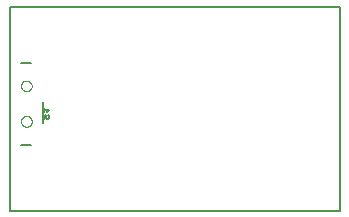
<source format=gbo>
G75*
%MOIN*%
%OFA0B0*%
%FSLAX25Y25*%
%IPPOS*%
%LPD*%
%AMOC8*
5,1,8,0,0,1.08239X$1,22.5*
%
%ADD10C,0.00800*%
%ADD11C,0.00000*%
%ADD12C,0.00500*%
D10*
X0101036Y0048333D02*
X0101036Y0116333D01*
X0211036Y0116333D01*
X0211036Y0048333D01*
X0101036Y0048333D01*
X0104886Y0070314D02*
X0108249Y0070314D01*
X0100949Y0073373D02*
X0100949Y0094633D01*
X0104886Y0097692D02*
X0108249Y0097692D01*
X0112186Y0084503D02*
X0112186Y0077597D01*
D11*
X0104795Y0078097D02*
X0104797Y0078181D01*
X0104803Y0078264D01*
X0104813Y0078347D01*
X0104827Y0078430D01*
X0104844Y0078512D01*
X0104866Y0078593D01*
X0104891Y0078672D01*
X0104920Y0078751D01*
X0104953Y0078828D01*
X0104989Y0078903D01*
X0105029Y0078977D01*
X0105072Y0079049D01*
X0105119Y0079118D01*
X0105169Y0079185D01*
X0105222Y0079250D01*
X0105278Y0079312D01*
X0105336Y0079372D01*
X0105398Y0079429D01*
X0105462Y0079482D01*
X0105529Y0079533D01*
X0105598Y0079580D01*
X0105669Y0079625D01*
X0105742Y0079665D01*
X0105817Y0079702D01*
X0105894Y0079736D01*
X0105972Y0079766D01*
X0106051Y0079792D01*
X0106132Y0079815D01*
X0106214Y0079833D01*
X0106296Y0079848D01*
X0106379Y0079859D01*
X0106462Y0079866D01*
X0106546Y0079869D01*
X0106630Y0079868D01*
X0106713Y0079863D01*
X0106797Y0079854D01*
X0106879Y0079841D01*
X0106961Y0079825D01*
X0107042Y0079804D01*
X0107123Y0079780D01*
X0107201Y0079752D01*
X0107279Y0079720D01*
X0107355Y0079684D01*
X0107429Y0079645D01*
X0107501Y0079603D01*
X0107571Y0079557D01*
X0107639Y0079508D01*
X0107704Y0079456D01*
X0107767Y0079401D01*
X0107827Y0079343D01*
X0107885Y0079282D01*
X0107939Y0079218D01*
X0107991Y0079152D01*
X0108039Y0079084D01*
X0108084Y0079013D01*
X0108125Y0078940D01*
X0108164Y0078866D01*
X0108198Y0078790D01*
X0108229Y0078712D01*
X0108256Y0078633D01*
X0108280Y0078552D01*
X0108299Y0078471D01*
X0108315Y0078389D01*
X0108327Y0078306D01*
X0108335Y0078222D01*
X0108339Y0078139D01*
X0108339Y0078055D01*
X0108335Y0077972D01*
X0108327Y0077888D01*
X0108315Y0077805D01*
X0108299Y0077723D01*
X0108280Y0077642D01*
X0108256Y0077561D01*
X0108229Y0077482D01*
X0108198Y0077404D01*
X0108164Y0077328D01*
X0108125Y0077254D01*
X0108084Y0077181D01*
X0108039Y0077110D01*
X0107991Y0077042D01*
X0107939Y0076976D01*
X0107885Y0076912D01*
X0107827Y0076851D01*
X0107767Y0076793D01*
X0107704Y0076738D01*
X0107639Y0076686D01*
X0107571Y0076637D01*
X0107501Y0076591D01*
X0107429Y0076549D01*
X0107355Y0076510D01*
X0107279Y0076474D01*
X0107201Y0076442D01*
X0107123Y0076414D01*
X0107042Y0076390D01*
X0106961Y0076369D01*
X0106879Y0076353D01*
X0106797Y0076340D01*
X0106713Y0076331D01*
X0106630Y0076326D01*
X0106546Y0076325D01*
X0106462Y0076328D01*
X0106379Y0076335D01*
X0106296Y0076346D01*
X0106214Y0076361D01*
X0106132Y0076379D01*
X0106051Y0076402D01*
X0105972Y0076428D01*
X0105894Y0076458D01*
X0105817Y0076492D01*
X0105742Y0076529D01*
X0105669Y0076569D01*
X0105598Y0076614D01*
X0105529Y0076661D01*
X0105462Y0076712D01*
X0105398Y0076765D01*
X0105336Y0076822D01*
X0105278Y0076882D01*
X0105222Y0076944D01*
X0105169Y0077009D01*
X0105119Y0077076D01*
X0105072Y0077145D01*
X0105029Y0077217D01*
X0104989Y0077291D01*
X0104953Y0077366D01*
X0104920Y0077443D01*
X0104891Y0077522D01*
X0104866Y0077601D01*
X0104844Y0077682D01*
X0104827Y0077764D01*
X0104813Y0077847D01*
X0104803Y0077930D01*
X0104797Y0078013D01*
X0104795Y0078097D01*
X0104795Y0089908D02*
X0104797Y0089992D01*
X0104803Y0090075D01*
X0104813Y0090158D01*
X0104827Y0090241D01*
X0104844Y0090323D01*
X0104866Y0090404D01*
X0104891Y0090483D01*
X0104920Y0090562D01*
X0104953Y0090639D01*
X0104989Y0090714D01*
X0105029Y0090788D01*
X0105072Y0090860D01*
X0105119Y0090929D01*
X0105169Y0090996D01*
X0105222Y0091061D01*
X0105278Y0091123D01*
X0105336Y0091183D01*
X0105398Y0091240D01*
X0105462Y0091293D01*
X0105529Y0091344D01*
X0105598Y0091391D01*
X0105669Y0091436D01*
X0105742Y0091476D01*
X0105817Y0091513D01*
X0105894Y0091547D01*
X0105972Y0091577D01*
X0106051Y0091603D01*
X0106132Y0091626D01*
X0106214Y0091644D01*
X0106296Y0091659D01*
X0106379Y0091670D01*
X0106462Y0091677D01*
X0106546Y0091680D01*
X0106630Y0091679D01*
X0106713Y0091674D01*
X0106797Y0091665D01*
X0106879Y0091652D01*
X0106961Y0091636D01*
X0107042Y0091615D01*
X0107123Y0091591D01*
X0107201Y0091563D01*
X0107279Y0091531D01*
X0107355Y0091495D01*
X0107429Y0091456D01*
X0107501Y0091414D01*
X0107571Y0091368D01*
X0107639Y0091319D01*
X0107704Y0091267D01*
X0107767Y0091212D01*
X0107827Y0091154D01*
X0107885Y0091093D01*
X0107939Y0091029D01*
X0107991Y0090963D01*
X0108039Y0090895D01*
X0108084Y0090824D01*
X0108125Y0090751D01*
X0108164Y0090677D01*
X0108198Y0090601D01*
X0108229Y0090523D01*
X0108256Y0090444D01*
X0108280Y0090363D01*
X0108299Y0090282D01*
X0108315Y0090200D01*
X0108327Y0090117D01*
X0108335Y0090033D01*
X0108339Y0089950D01*
X0108339Y0089866D01*
X0108335Y0089783D01*
X0108327Y0089699D01*
X0108315Y0089616D01*
X0108299Y0089534D01*
X0108280Y0089453D01*
X0108256Y0089372D01*
X0108229Y0089293D01*
X0108198Y0089215D01*
X0108164Y0089139D01*
X0108125Y0089065D01*
X0108084Y0088992D01*
X0108039Y0088921D01*
X0107991Y0088853D01*
X0107939Y0088787D01*
X0107885Y0088723D01*
X0107827Y0088662D01*
X0107767Y0088604D01*
X0107704Y0088549D01*
X0107639Y0088497D01*
X0107571Y0088448D01*
X0107501Y0088402D01*
X0107429Y0088360D01*
X0107355Y0088321D01*
X0107279Y0088285D01*
X0107201Y0088253D01*
X0107123Y0088225D01*
X0107042Y0088201D01*
X0106961Y0088180D01*
X0106879Y0088164D01*
X0106797Y0088151D01*
X0106713Y0088142D01*
X0106630Y0088137D01*
X0106546Y0088136D01*
X0106462Y0088139D01*
X0106379Y0088146D01*
X0106296Y0088157D01*
X0106214Y0088172D01*
X0106132Y0088190D01*
X0106051Y0088213D01*
X0105972Y0088239D01*
X0105894Y0088269D01*
X0105817Y0088303D01*
X0105742Y0088340D01*
X0105669Y0088380D01*
X0105598Y0088425D01*
X0105529Y0088472D01*
X0105462Y0088523D01*
X0105398Y0088576D01*
X0105336Y0088633D01*
X0105278Y0088693D01*
X0105222Y0088755D01*
X0105169Y0088820D01*
X0105119Y0088887D01*
X0105072Y0088956D01*
X0105029Y0089028D01*
X0104989Y0089102D01*
X0104953Y0089177D01*
X0104920Y0089254D01*
X0104891Y0089333D01*
X0104866Y0089412D01*
X0104844Y0089493D01*
X0104827Y0089575D01*
X0104813Y0089658D01*
X0104803Y0089741D01*
X0104797Y0089824D01*
X0104795Y0089908D01*
D12*
X0112317Y0082520D02*
X0112317Y0081253D01*
X0112317Y0081886D02*
X0114219Y0081886D01*
X0113585Y0081253D01*
X0113902Y0080310D02*
X0114219Y0079994D01*
X0114219Y0079360D01*
X0113902Y0079043D01*
X0113585Y0079043D01*
X0113268Y0079360D01*
X0113268Y0079994D01*
X0112951Y0080310D01*
X0112634Y0080310D01*
X0112317Y0079994D01*
X0112317Y0079360D01*
X0112634Y0079043D01*
M02*

</source>
